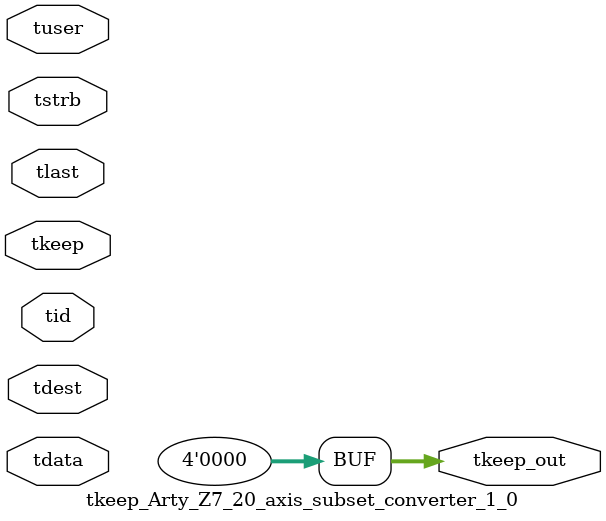
<source format=v>


`timescale 1ps/1ps

module tkeep_Arty_Z7_20_axis_subset_converter_1_0 #
(
parameter C_S_AXIS_TDATA_WIDTH = 32,
parameter C_S_AXIS_TUSER_WIDTH = 0,
parameter C_S_AXIS_TID_WIDTH   = 0,
parameter C_S_AXIS_TDEST_WIDTH = 0,
parameter C_M_AXIS_TDATA_WIDTH = 32
)
(
input  [(C_S_AXIS_TDATA_WIDTH == 0 ? 1 : C_S_AXIS_TDATA_WIDTH)-1:0     ] tdata,
input  [(C_S_AXIS_TUSER_WIDTH == 0 ? 1 : C_S_AXIS_TUSER_WIDTH)-1:0     ] tuser,
input  [(C_S_AXIS_TID_WIDTH   == 0 ? 1 : C_S_AXIS_TID_WIDTH)-1:0       ] tid,
input  [(C_S_AXIS_TDEST_WIDTH == 0 ? 1 : C_S_AXIS_TDEST_WIDTH)-1:0     ] tdest,
input  [(C_S_AXIS_TDATA_WIDTH/8)-1:0 ] tkeep,
input  [(C_S_AXIS_TDATA_WIDTH/8)-1:0 ] tstrb,
input                                                                    tlast,
output [(C_M_AXIS_TDATA_WIDTH/8)-1:0 ] tkeep_out
);

assign tkeep_out = {1'b0};

endmodule


</source>
